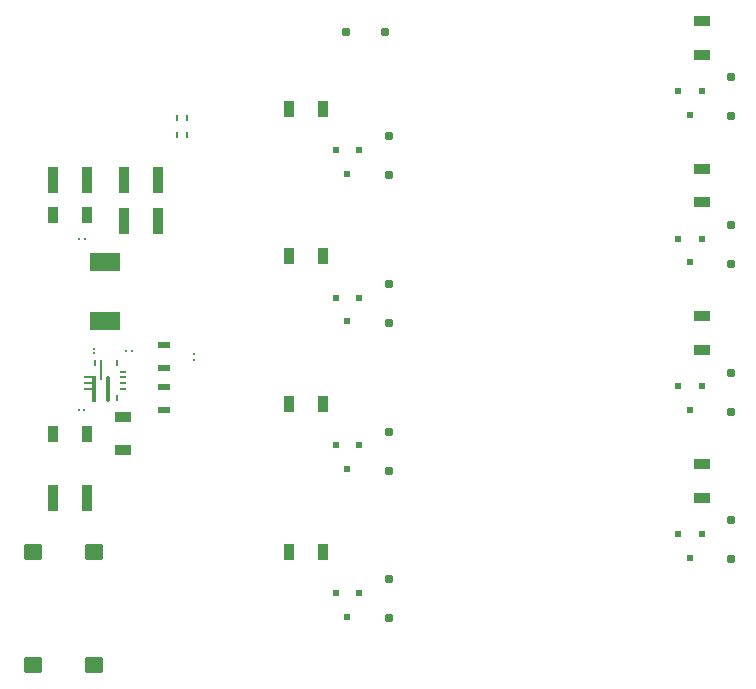
<source format=gbr>
G04 --- HEADER BEGIN --- *
G04 #@! TF.GenerationSoftware,LibrePCB,LibrePCB,1.0.0*
G04 #@! TF.CreationDate,2024-04-26T04:51:19*
G04 #@! TF.ProjectId,OSm Thermal,b11a65fa-6c4c-431c-8545-341aca355aaf,v1*
G04 #@! TF.Part,Single*
G04 #@! TF.SameCoordinates*
G04 #@! TF.FileFunction,Paste,Top*
G04 #@! TF.FilePolarity,Positive*
%FSLAX66Y66*%
%MOMM*%
G01*
G75*
G04 --- HEADER END --- *
G04 --- APERTURE LIST BEGIN --- *
%AMROUNDEDRECT10*20,1,0.72,-0.225,0.0,0.225,0.0,0.0*20,1,0.45,-0.36,0.0,0.36,0.0,0.0*1,1,0.27,-0.225,0.225*1,1,0.27,0.225,0.225*1,1,0.27,0.225,-0.225*1,1,0.27,-0.225,-0.225*%
%ADD10ROUNDEDRECT10*%
%AMROUNDEDRECT11*20,1,1.6,-1.25,0.0,1.25,0.0,0.0*20,1,1.5,-1.3,0.0,1.3,0.0,0.0*1,1,0.1,-1.25,0.75*1,1,0.1,1.25,0.75*1,1,0.1,1.25,-0.75*1,1,0.1,-1.25,-0.75*%
%ADD11ROUNDEDRECT11*%
%AMROUNDEDRECT12*20,1,0.2,-0.2375,0.0,0.2375,0.0,0.0*20,1,0.125,-0.275,0.0,0.275,0.0,0.0*1,1,0.075,-0.2375,0.0625*1,1,0.075,0.2375,0.0625*1,1,0.075,0.2375,-0.0625*1,1,0.075,-0.2375,-0.0625*%
%ADD12ROUNDEDRECT12*%
%AMROUNDEDRECT13*20,1,0.2,-0.2375,0.0,0.2375,0.0,90.0*20,1,0.125,-0.275,0.0,0.275,0.0,90.0*1,1,0.075,-0.0625,-0.2375*1,1,0.075,-0.0625,0.2375*1,1,0.075,0.0625,0.2375*1,1,0.075,0.0625,-0.2375*%
%ADD13ROUNDEDRECT13*%
%AMROUNDEDRECT14*20,1,0.2,-0.2875,0.0,0.2875,0.0,0.0*20,1,0.125,-0.325,0.0,0.325,0.0,0.0*1,1,0.075,-0.2875,0.0625*1,1,0.075,0.2875,0.0625*1,1,0.075,0.2875,-0.0625*1,1,0.075,-0.2875,-0.0625*%
%ADD14ROUNDEDRECT14*%
%AMOUTLINE15*4,1,16,0.15,-1.086603,0.186603,-1.05,0.2,-1.0,0.2,1.0,0.186603,1.05,0.15,1.086603,0.1,1.1,-0.1,1.1,-0.15,1.086603,-0.186603,1.05,-0.2,1.0,-0.2,-1.0,-0.186603,-1.05,-0.15,-1.086603,-0.1,-1.1,0.1,-1.1,0.15,-1.086603,180.0*%
%ADD15OUTLINE15*%
%AMROUNDEDRECT16*20,1,0.2,-0.8375,0.0,0.8375,0.0,90.0*20,1,0.125,-0.875,0.0,0.875,0.0,90.0*1,1,0.075,-0.0625,-0.8375*1,1,0.075,-0.0625,0.8375*1,1,0.075,0.0625,0.8375*1,1,0.075,0.0625,-0.8375*%
%ADD16ROUNDEDRECT16*%
%AMROUNDEDRECT17*20,1,0.32,-1.0,0.0,1.0,0.0,90.0*20,1,0.2,-1.06,0.0,1.06,0.0,90.0*1,1,0.12,-0.1,-1.0*1,1,0.12,-0.1,1.0*1,1,0.12,0.1,1.0*1,1,0.12,0.1,-1.0*%
%ADD17ROUNDEDRECT17*%
%ADD18R,1.1X0.6*%
%ADD19R,1.39X0.84*%
%ADD20R,0.185X0.16*%
%ADD21R,0.84X1.39*%
%ADD22R,0.84X2.29*%
%AMROUNDEDRECT23*20,1,0.56,-0.175,0.0,0.175,0.0,0.0*20,1,0.35,-0.28,0.0,0.28,0.0,0.0*1,1,0.21,-0.175,0.175*1,1,0.21,0.175,0.175*1,1,0.21,0.175,-0.175*1,1,0.21,-0.175,-0.175*%
%ADD23ROUNDEDRECT23*%
%AMROUNDEDRECT24*20,1,1.28,-0.652,0.0,0.652,0.0,0.0*20,1,1.104,-0.74,0.0,0.74,0.0,0.0*1,1,0.176,-0.652,0.552*1,1,0.176,0.652,0.552*1,1,0.176,0.652,-0.552*1,1,0.176,-0.652,-0.552*%
%ADD24ROUNDEDRECT24*%
%ADD25R,0.24X0.24*%
%ADD26R,0.16X0.185*%
%AMROUNDEDRECT27*20,1,0.24,-0.175,0.0,0.175,0.0,90.0*20,1,0.15,-0.22,0.0,0.22,0.0,90.0*1,1,0.09,-0.075,-0.175*1,1,0.09,-0.075,0.175*1,1,0.09,0.075,0.175*1,1,0.09,0.075,-0.175*%
%ADD27ROUNDEDRECT27*%
G04 --- APERTURE LIST END --- *
G04 --- BOARD BEGIN --- *
D10*
G04 #@! TO.C,D6*
X84500000Y-47850000D03*
X84500000Y-51150000D03*
D11*
G04 #@! TO.C,L1*
X31500000Y-31000000D03*
X31500000Y-26000000D03*
D10*
G04 #@! TO.C,D7*
X84500000Y-35350000D03*
X84500000Y-38650000D03*
G04 #@! TO.C,D9*
X84500000Y-10350000D03*
X84500000Y-13650000D03*
D12*
G04 #@! TO.C,U1*
X33000000Y-35750000D03*
D13*
X32500000Y-37500000D03*
X32500000Y-34500000D03*
D14*
X30050000Y-36250000D03*
D13*
X30600000Y-34500000D03*
D12*
X33000000Y-35250000D03*
D15*
X30500000Y-36700000D03*
D12*
X33000000Y-36250000D03*
X33000000Y-36750000D03*
D16*
X31100000Y-35100000D03*
D14*
X30050000Y-35750000D03*
D17*
X31700000Y-36700000D03*
D14*
X30050000Y-36750000D03*
D18*
G04 #@! TO.C,R2*
X36500000Y-34975000D03*
X36500000Y-33025000D03*
D19*
G04 #@! TO.C,R10*
X82000000Y-20925000D03*
X82000000Y-18075000D03*
D20*
G04 #@! TO.C,C5*
X29688000Y-38500000D03*
X29312000Y-38500000D03*
D21*
G04 #@! TO.C,C4*
X29925000Y-40500000D03*
X27075000Y-40500000D03*
D22*
G04 #@! TO.C,C7*
X27075000Y-19000000D03*
X29925000Y-19000000D03*
D18*
G04 #@! TO.C,R3*
X36500000Y-38475000D03*
X36500000Y-36525000D03*
D23*
G04 #@! TO.C,Q2*
X53000000Y-41500000D03*
X51000000Y-41500000D03*
X52000000Y-43500000D03*
D19*
G04 #@! TO.C,R1*
X33000000Y-39075000D03*
X33000000Y-41925000D03*
D22*
G04 #@! TO.C,C3*
X29925000Y-46000000D03*
X27075000Y-46000000D03*
D24*
G04 #@! TO.C,BR1*
X25400000Y-60100000D03*
X30500000Y-50500000D03*
X25400000Y-50500000D03*
X30500000Y-60100000D03*
D21*
G04 #@! TO.C,R5*
X49925000Y-38000000D03*
X47075000Y-38000000D03*
D23*
G04 #@! TO.C,Q5*
X82000000Y-49000000D03*
X80000000Y-49000000D03*
X81000000Y-51000000D03*
D25*
G04 #@! TO.C,C1*
X33750000Y-33500000D03*
X33250000Y-33500000D03*
G04 #@! TO.C,C10*
X29250000Y-24000000D03*
X29750000Y-24000000D03*
D10*
G04 #@! TO.C,D3*
X55500000Y-40350000D03*
X55500000Y-43650000D03*
D26*
G04 #@! TO.C,C2*
X30500000Y-33688000D03*
X30500000Y-33312000D03*
D10*
G04 #@! TO.C,D2*
X55500000Y-52850000D03*
X55500000Y-56150000D03*
D23*
G04 #@! TO.C,Q4*
X53000000Y-16500000D03*
X51000000Y-16500000D03*
X52000000Y-18500000D03*
D10*
G04 #@! TO.C,D8*
X84500000Y-22850000D03*
X84500000Y-26150000D03*
D21*
G04 #@! TO.C,R4*
X49925000Y-50500000D03*
X47075000Y-50500000D03*
D23*
G04 #@! TO.C,Q8*
X82000000Y-11500000D03*
X80000000Y-11500000D03*
X81000000Y-13500000D03*
D21*
G04 #@! TO.C,R7*
X49925000Y-13000000D03*
X47075000Y-13000000D03*
D23*
G04 #@! TO.C,Q3*
X53000000Y-29000000D03*
X51000000Y-29000000D03*
X52000000Y-31000000D03*
D21*
G04 #@! TO.C,C6*
X27075000Y-22000000D03*
X29925000Y-22000000D03*
D19*
G04 #@! TO.C,R11*
X82000000Y-8425000D03*
X82000000Y-5575000D03*
G04 #@! TO.C,R8*
X82000000Y-45925000D03*
X82000000Y-43075000D03*
D10*
G04 #@! TO.C,D4*
X55500000Y-27850000D03*
X55500000Y-31150000D03*
D23*
G04 #@! TO.C,Q1*
X53000000Y-54000000D03*
X51000000Y-54000000D03*
X52000000Y-56000000D03*
D27*
G04 #@! TO.C,U2*
X38400000Y-15200000D03*
X38400000Y-13800000D03*
X37600000Y-13800000D03*
X37600000Y-15200000D03*
D23*
G04 #@! TO.C,Q7*
X82000000Y-24000000D03*
X80000000Y-24000000D03*
X81000000Y-26000000D03*
D21*
G04 #@! TO.C,R6*
X49925000Y-25500000D03*
X47075000Y-25500000D03*
D19*
G04 #@! TO.C,R9*
X82000000Y-33425000D03*
X82000000Y-30575000D03*
D22*
G04 #@! TO.C,C9*
X35925000Y-22500000D03*
X33075000Y-22500000D03*
D10*
G04 #@! TO.C,D5*
X55500000Y-15350000D03*
X55500000Y-18650000D03*
D25*
G04 #@! TO.C,C11*
X39000000Y-34250000D03*
X39000000Y-33750000D03*
D22*
G04 #@! TO.C,C8*
X35925000Y-19000000D03*
X33075000Y-19000000D03*
D23*
G04 #@! TO.C,Q6*
X82000000Y-36500000D03*
X80000000Y-36500000D03*
X81000000Y-38500000D03*
D10*
G04 #@! TO.C,D1*
X55150000Y-6500000D03*
X51850000Y-6500000D03*
G04 --- BOARD END --- *
G04 #@! TF.MD5,f471376421d4434ce32972fff9ad3b4c*
M02*

</source>
